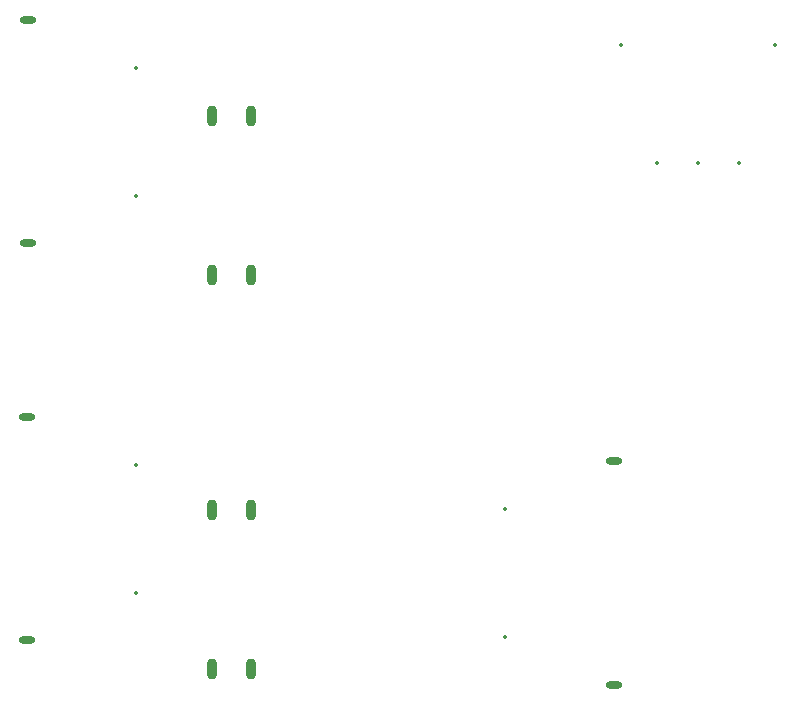
<source format=gbr>
%TF.GenerationSoftware,KiCad,Pcbnew,8.0.0*%
%TF.CreationDate,2024-03-01T13:09:20-07:00*%
%TF.ProjectId,2023IdealDiode,32303233-4964-4656-916c-44696f64652e,rev?*%
%TF.SameCoordinates,Original*%
%TF.FileFunction,Legend,Bot*%
%TF.FilePolarity,Positive*%
%FSLAX46Y46*%
G04 Gerber Fmt 4.6, Leading zero omitted, Abs format (unit mm)*
G04 Created by KiCad (PCBNEW 8.0.0) date 2024-03-01 13:09:20*
%MOMM*%
%LPD*%
G01*
G04 APERTURE LIST*
%ADD10C,0.350000*%
%ADD11O,1.400000X0.600000*%
%ADD12O,0.900000X1.800000*%
G04 APERTURE END LIST*
D10*
X303075000Y-238180000D03*
X303075000Y-227330000D03*
D11*
X293875000Y-242180000D03*
X293875000Y-223280000D03*
D12*
X312815000Y-264795000D03*
X309485000Y-264795000D03*
X312815000Y-278265000D03*
X309485000Y-278265000D03*
X312815000Y-231390000D03*
X309485000Y-231390000D03*
X312815000Y-244860000D03*
X309485000Y-244860000D03*
D10*
X334335000Y-264660000D03*
X334335000Y-275510000D03*
D11*
X343535000Y-260660000D03*
X343535000Y-279560000D03*
D10*
X303050000Y-271800000D03*
X303050000Y-260950000D03*
D11*
X293850000Y-275800000D03*
X293850000Y-256900000D03*
D10*
X354155000Y-235395000D03*
X350655000Y-235395000D03*
X347155000Y-235395000D03*
X357155000Y-225395000D03*
X344155000Y-225395000D03*
M02*

</source>
